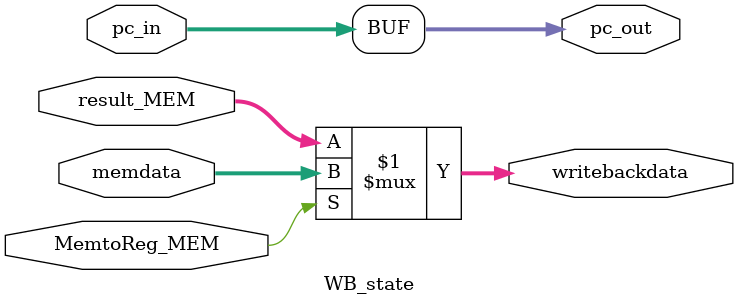
<source format=sv>
module WB_state (
    //input [4:0] WBadr_MEM,
    //input RegWrite_MEM,
    input MemtoReg_MEM,
    input [31:0] memdata,
    input [31:0] result_MEM,
    //input [2:0] funct3,
    //output [4:0] WBadr_WB,
    //output RegWrite_WB,
    output [31:0] writebackdata,
    //debug
    input [31:0] pc_in,
    output reg [31:0] pc_out
);
//reg  [31:0] load_data;

assign writebackdata = MemtoReg_MEM ? memdata : result_MEM;
assign pc_out = pc_in;
//assign WBadr_WB = WBadr_MEM;
//assign RegWrite_WB = RegWrite_MEM;

/*always_comb begin
    case(funct3)
        3'b000:load_data = {{24{memdata[31]}}, memdata[31:24]};//LB
        3'b001:load_data = {{16{memdata[31]}}, memdata[31:16]};//LH
        3'b101:load_data = {16'b0, memdata[31:16]};//LHU
        3'b100:load_data = {24'b0, memdata[31:24]};//LBU
        default:load_data = memdata;
    endcase
end*/

endmodule
</source>
